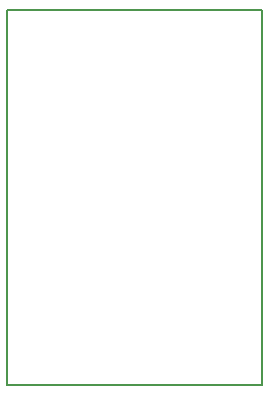
<source format=gm1>
G04 #@! TF.FileFunction,Profile,NP*
%FSLAX46Y46*%
G04 Gerber Fmt 4.6, Leading zero omitted, Abs format (unit mm)*
G04 Created by KiCad (PCBNEW 4.0.4-stable) date 12/10/17 21:58:31*
%MOMM*%
%LPD*%
G01*
G04 APERTURE LIST*
%ADD10C,0.100000*%
%ADD11C,0.150000*%
G04 APERTURE END LIST*
D10*
D11*
X-10795000Y15875000D02*
X10795000Y15875000D01*
X-10795000Y-15875000D02*
X-10795000Y15875000D01*
X10795000Y-15875000D02*
X-10795000Y-15875000D01*
X10795000Y15875000D02*
X10795000Y-15875000D01*
M02*

</source>
